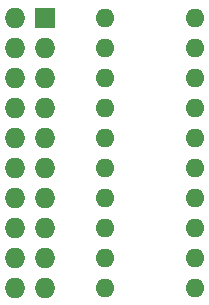
<source format=gbr>
G04 #@! TF.FileFunction,Soldermask,Top*
%FSLAX46Y46*%
G04 Gerber Fmt 4.6, Leading zero omitted, Abs format (unit mm)*
G04 Created by KiCad (PCBNEW 4.0.2-stable) date 29.09.2016 11:58:04*
%MOMM*%
G01*
G04 APERTURE LIST*
%ADD10C,0.100000*%
%ADD11R,1.727200X1.727200*%
%ADD12O,1.727200X1.727200*%
%ADD13O,1.600000X1.600000*%
G04 APERTURE END LIST*
D10*
D11*
X144780000Y-104140000D03*
D12*
X142240000Y-104140000D03*
X144780000Y-106680000D03*
X142240000Y-106680000D03*
X144780000Y-109220000D03*
X142240000Y-109220000D03*
X144780000Y-111760000D03*
X142240000Y-111760000D03*
X144780000Y-114300000D03*
X142240000Y-114300000D03*
X144780000Y-116840000D03*
X142240000Y-116840000D03*
X144780000Y-119380000D03*
X142240000Y-119380000D03*
X144780000Y-121920000D03*
X142240000Y-121920000D03*
X144780000Y-124460000D03*
X142240000Y-124460000D03*
X144780000Y-127000000D03*
X142240000Y-127000000D03*
D13*
X149860000Y-104140000D03*
X149860000Y-106680000D03*
X149860000Y-109220000D03*
X149860000Y-111760000D03*
X149860000Y-114300000D03*
X149860000Y-116840000D03*
X149860000Y-119380000D03*
X149860000Y-121920000D03*
X149860000Y-124460000D03*
X149860000Y-127000000D03*
X157480000Y-127000000D03*
X157480000Y-124460000D03*
X157480000Y-121920000D03*
X157480000Y-119380000D03*
X157480000Y-116840000D03*
X157480000Y-114300000D03*
X157480000Y-111760000D03*
X157480000Y-109220000D03*
X157480000Y-106680000D03*
X157480000Y-104140000D03*
M02*

</source>
